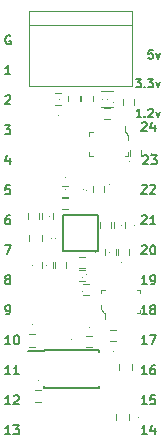
<source format=gbr>
G04 #@! TF.GenerationSoftware,KiCad,Pcbnew,(5.0.0-rc2-dev-252-gb5f1fdd98)*
G04 #@! TF.CreationDate,2018-04-01T12:07:08-07:00*
G04 #@! TF.ProjectId,smolfpga,736D6F6C667067612E6B696361645F70,rev?*
G04 #@! TF.SameCoordinates,Original*
G04 #@! TF.FileFunction,Legend,Top*
G04 #@! TF.FilePolarity,Positive*
%FSLAX46Y46*%
G04 Gerber Fmt 4.6, Leading zero omitted, Abs format (unit mm)*
G04 Created by KiCad (PCBNEW (5.0.0-rc2-dev-252-gb5f1fdd98)) date 04/01/18 12:07:08*
%MOMM*%
%LPD*%
G01*
G04 APERTURE LIST*
%ADD10C,0.152400*%
%ADD11C,0.175000*%
%ADD12C,0.120000*%
%ADD13C,0.100000*%
%ADD14C,0.150000*%
%ADD15C,0.127000*%
G04 APERTURE END LIST*
D10*
X127425631Y-83439000D02*
X127353060Y-83402714D01*
X127244202Y-83402714D01*
X127135345Y-83439000D01*
X127062774Y-83511571D01*
X127026488Y-83584142D01*
X126990202Y-83729285D01*
X126990202Y-83838142D01*
X127026488Y-83983285D01*
X127062774Y-84055857D01*
X127135345Y-84128428D01*
X127244202Y-84164714D01*
X127316774Y-84164714D01*
X127425631Y-84128428D01*
X127461917Y-84092142D01*
X127461917Y-83838142D01*
X127316774Y-83838142D01*
X126990202Y-88555285D02*
X127026488Y-88519000D01*
X127099060Y-88482714D01*
X127280488Y-88482714D01*
X127353060Y-88519000D01*
X127389345Y-88555285D01*
X127425631Y-88627857D01*
X127425631Y-88700428D01*
X127389345Y-88809285D01*
X126953917Y-89244714D01*
X127425631Y-89244714D01*
X126953917Y-91022714D02*
X127425631Y-91022714D01*
X127171631Y-91313000D01*
X127280488Y-91313000D01*
X127353060Y-91349285D01*
X127389345Y-91385571D01*
X127425631Y-91458142D01*
X127425631Y-91639571D01*
X127389345Y-91712142D01*
X127353060Y-91748428D01*
X127280488Y-91784714D01*
X127062774Y-91784714D01*
X126990202Y-91748428D01*
X126953917Y-91712142D01*
X127425631Y-86704714D02*
X126990202Y-86704714D01*
X127207917Y-86704714D02*
X127207917Y-85942714D01*
X127135345Y-86051571D01*
X127062774Y-86124142D01*
X126990202Y-86160428D01*
D11*
X138503783Y-90308866D02*
X138103783Y-90308866D01*
X138303783Y-90308866D02*
X138303783Y-89608866D01*
X138237116Y-89708866D01*
X138170450Y-89775533D01*
X138103783Y-89808866D01*
X138803783Y-90242200D02*
X138837116Y-90275533D01*
X138803783Y-90308866D01*
X138770450Y-90275533D01*
X138803783Y-90242200D01*
X138803783Y-90308866D01*
X139103783Y-89675533D02*
X139137116Y-89642200D01*
X139203783Y-89608866D01*
X139370450Y-89608866D01*
X139437116Y-89642200D01*
X139470450Y-89675533D01*
X139503783Y-89742200D01*
X139503783Y-89808866D01*
X139470450Y-89908866D01*
X139070450Y-90308866D01*
X139503783Y-90308866D01*
X139737116Y-89842200D02*
X139903783Y-90308866D01*
X140070450Y-89842200D01*
D10*
X127389345Y-96102714D02*
X127026488Y-96102714D01*
X126990202Y-96465571D01*
X127026488Y-96429285D01*
X127099060Y-96393000D01*
X127280488Y-96393000D01*
X127353060Y-96429285D01*
X127389345Y-96465571D01*
X127425631Y-96538142D01*
X127425631Y-96719571D01*
X127389345Y-96792142D01*
X127353060Y-96828428D01*
X127280488Y-96864714D01*
X127099060Y-96864714D01*
X127026488Y-96828428D01*
X126990202Y-96792142D01*
X127425631Y-117184714D02*
X126990202Y-117184714D01*
X127207917Y-117184714D02*
X127207917Y-116422714D01*
X127135345Y-116531571D01*
X127062774Y-116604142D01*
X126990202Y-116640428D01*
X127679631Y-116422714D02*
X128151345Y-116422714D01*
X127897345Y-116713000D01*
X128006202Y-116713000D01*
X128078774Y-116749285D01*
X128115060Y-116785571D01*
X128151345Y-116858142D01*
X128151345Y-117039571D01*
X128115060Y-117112142D01*
X128078774Y-117148428D01*
X128006202Y-117184714D01*
X127788488Y-117184714D01*
X127715917Y-117148428D01*
X127679631Y-117112142D01*
X138548654Y-101255285D02*
X138584940Y-101219000D01*
X138657511Y-101182714D01*
X138838940Y-101182714D01*
X138911511Y-101219000D01*
X138947797Y-101255285D01*
X138984082Y-101327857D01*
X138984082Y-101400428D01*
X138947797Y-101509285D01*
X138512368Y-101944714D01*
X138984082Y-101944714D01*
X139455797Y-101182714D02*
X139528368Y-101182714D01*
X139600940Y-101219000D01*
X139637225Y-101255285D01*
X139673511Y-101327857D01*
X139709797Y-101473000D01*
X139709797Y-101654428D01*
X139673511Y-101799571D01*
X139637225Y-101872142D01*
X139600940Y-101908428D01*
X139528368Y-101944714D01*
X139455797Y-101944714D01*
X139383225Y-101908428D01*
X139346940Y-101872142D01*
X139310654Y-101799571D01*
X139274368Y-101654428D01*
X139274368Y-101473000D01*
X139310654Y-101327857D01*
X139346940Y-101255285D01*
X139383225Y-101219000D01*
X139455797Y-101182714D01*
X138548654Y-98715285D02*
X138584940Y-98679000D01*
X138657511Y-98642714D01*
X138838940Y-98642714D01*
X138911511Y-98679000D01*
X138947797Y-98715285D01*
X138984082Y-98787857D01*
X138984082Y-98860428D01*
X138947797Y-98969285D01*
X138512368Y-99404714D01*
X138984082Y-99404714D01*
X139709797Y-99404714D02*
X139274368Y-99404714D01*
X139492082Y-99404714D02*
X139492082Y-98642714D01*
X139419511Y-98751571D01*
X139346940Y-98824142D01*
X139274368Y-98860428D01*
X138650254Y-93635285D02*
X138686540Y-93599000D01*
X138759111Y-93562714D01*
X138940540Y-93562714D01*
X139013111Y-93599000D01*
X139049397Y-93635285D01*
X139085682Y-93707857D01*
X139085682Y-93780428D01*
X139049397Y-93889285D01*
X138613968Y-94324714D01*
X139085682Y-94324714D01*
X139339682Y-93562714D02*
X139811397Y-93562714D01*
X139557397Y-93853000D01*
X139666254Y-93853000D01*
X139738825Y-93889285D01*
X139775111Y-93925571D01*
X139811397Y-93998142D01*
X139811397Y-94179571D01*
X139775111Y-94252142D01*
X139738825Y-94288428D01*
X139666254Y-94324714D01*
X139448540Y-94324714D01*
X139375968Y-94288428D01*
X139339682Y-94252142D01*
D11*
X139470450Y-84655866D02*
X139137116Y-84655866D01*
X139103783Y-84989200D01*
X139137116Y-84955866D01*
X139203783Y-84922533D01*
X139370450Y-84922533D01*
X139437116Y-84955866D01*
X139470450Y-84989200D01*
X139503783Y-85055866D01*
X139503783Y-85222533D01*
X139470450Y-85289200D01*
X139437116Y-85322533D01*
X139370450Y-85355866D01*
X139203783Y-85355866D01*
X139137116Y-85322533D01*
X139103783Y-85289200D01*
X139737116Y-84889200D02*
X139903783Y-85355866D01*
X140070450Y-84889200D01*
D10*
X127353060Y-98642714D02*
X127207917Y-98642714D01*
X127135345Y-98679000D01*
X127099060Y-98715285D01*
X127026488Y-98824142D01*
X126990202Y-98969285D01*
X126990202Y-99259571D01*
X127026488Y-99332142D01*
X127062774Y-99368428D01*
X127135345Y-99404714D01*
X127280488Y-99404714D01*
X127353060Y-99368428D01*
X127389345Y-99332142D01*
X127425631Y-99259571D01*
X127425631Y-99078142D01*
X127389345Y-99005571D01*
X127353060Y-98969285D01*
X127280488Y-98933000D01*
X127135345Y-98933000D01*
X127062774Y-98969285D01*
X127026488Y-99005571D01*
X126990202Y-99078142D01*
X138984082Y-109564714D02*
X138548654Y-109564714D01*
X138766368Y-109564714D02*
X138766368Y-108802714D01*
X138693797Y-108911571D01*
X138621225Y-108984142D01*
X138548654Y-109020428D01*
X139238082Y-108802714D02*
X139746082Y-108802714D01*
X139419511Y-109564714D01*
X138984082Y-107024714D02*
X138548654Y-107024714D01*
X138766368Y-107024714D02*
X138766368Y-106262714D01*
X138693797Y-106371571D01*
X138621225Y-106444142D01*
X138548654Y-106480428D01*
X139419511Y-106589285D02*
X139346940Y-106553000D01*
X139310654Y-106516714D01*
X139274368Y-106444142D01*
X139274368Y-106407857D01*
X139310654Y-106335285D01*
X139346940Y-106299000D01*
X139419511Y-106262714D01*
X139564654Y-106262714D01*
X139637225Y-106299000D01*
X139673511Y-106335285D01*
X139709797Y-106407857D01*
X139709797Y-106444142D01*
X139673511Y-106516714D01*
X139637225Y-106553000D01*
X139564654Y-106589285D01*
X139419511Y-106589285D01*
X139346940Y-106625571D01*
X139310654Y-106661857D01*
X139274368Y-106734428D01*
X139274368Y-106879571D01*
X139310654Y-106952142D01*
X139346940Y-106988428D01*
X139419511Y-107024714D01*
X139564654Y-107024714D01*
X139637225Y-106988428D01*
X139673511Y-106952142D01*
X139709797Y-106879571D01*
X139709797Y-106734428D01*
X139673511Y-106661857D01*
X139637225Y-106625571D01*
X139564654Y-106589285D01*
X126953917Y-101182714D02*
X127461917Y-101182714D01*
X127135345Y-101944714D01*
X127135345Y-104049285D02*
X127062774Y-104013000D01*
X127026488Y-103976714D01*
X126990202Y-103904142D01*
X126990202Y-103867857D01*
X127026488Y-103795285D01*
X127062774Y-103759000D01*
X127135345Y-103722714D01*
X127280488Y-103722714D01*
X127353060Y-103759000D01*
X127389345Y-103795285D01*
X127425631Y-103867857D01*
X127425631Y-103904142D01*
X127389345Y-103976714D01*
X127353060Y-104013000D01*
X127280488Y-104049285D01*
X127135345Y-104049285D01*
X127062774Y-104085571D01*
X127026488Y-104121857D01*
X126990202Y-104194428D01*
X126990202Y-104339571D01*
X127026488Y-104412142D01*
X127062774Y-104448428D01*
X127135345Y-104484714D01*
X127280488Y-104484714D01*
X127353060Y-104448428D01*
X127389345Y-104412142D01*
X127425631Y-104339571D01*
X127425631Y-104194428D01*
X127389345Y-104121857D01*
X127353060Y-104085571D01*
X127280488Y-104049285D01*
X127062774Y-107024714D02*
X127207917Y-107024714D01*
X127280488Y-106988428D01*
X127316774Y-106952142D01*
X127389345Y-106843285D01*
X127425631Y-106698142D01*
X127425631Y-106407857D01*
X127389345Y-106335285D01*
X127353060Y-106299000D01*
X127280488Y-106262714D01*
X127135345Y-106262714D01*
X127062774Y-106299000D01*
X127026488Y-106335285D01*
X126990202Y-106407857D01*
X126990202Y-106589285D01*
X127026488Y-106661857D01*
X127062774Y-106698142D01*
X127135345Y-106734428D01*
X127280488Y-106734428D01*
X127353060Y-106698142D01*
X127389345Y-106661857D01*
X127425631Y-106589285D01*
X127425631Y-109564714D02*
X126990202Y-109564714D01*
X127207917Y-109564714D02*
X127207917Y-108802714D01*
X127135345Y-108911571D01*
X127062774Y-108984142D01*
X126990202Y-109020428D01*
X127897345Y-108802714D02*
X127969917Y-108802714D01*
X128042488Y-108839000D01*
X128078774Y-108875285D01*
X128115060Y-108947857D01*
X128151345Y-109093000D01*
X128151345Y-109274428D01*
X128115060Y-109419571D01*
X128078774Y-109492142D01*
X128042488Y-109528428D01*
X127969917Y-109564714D01*
X127897345Y-109564714D01*
X127824774Y-109528428D01*
X127788488Y-109492142D01*
X127752202Y-109419571D01*
X127715917Y-109274428D01*
X127715917Y-109093000D01*
X127752202Y-108947857D01*
X127788488Y-108875285D01*
X127824774Y-108839000D01*
X127897345Y-108802714D01*
X138984082Y-104484714D02*
X138548654Y-104484714D01*
X138766368Y-104484714D02*
X138766368Y-103722714D01*
X138693797Y-103831571D01*
X138621225Y-103904142D01*
X138548654Y-103940428D01*
X139346940Y-104484714D02*
X139492082Y-104484714D01*
X139564654Y-104448428D01*
X139600940Y-104412142D01*
X139673511Y-104303285D01*
X139709797Y-104158142D01*
X139709797Y-103867857D01*
X139673511Y-103795285D01*
X139637225Y-103759000D01*
X139564654Y-103722714D01*
X139419511Y-103722714D01*
X139346940Y-103759000D01*
X139310654Y-103795285D01*
X139274368Y-103867857D01*
X139274368Y-104049285D01*
X139310654Y-104121857D01*
X139346940Y-104158142D01*
X139419511Y-104194428D01*
X139564654Y-104194428D01*
X139637225Y-104158142D01*
X139673511Y-104121857D01*
X139709797Y-104049285D01*
X127425631Y-112104714D02*
X126990202Y-112104714D01*
X127207917Y-112104714D02*
X127207917Y-111342714D01*
X127135345Y-111451571D01*
X127062774Y-111524142D01*
X126990202Y-111560428D01*
X128151345Y-112104714D02*
X127715917Y-112104714D01*
X127933631Y-112104714D02*
X127933631Y-111342714D01*
X127861060Y-111451571D01*
X127788488Y-111524142D01*
X127715917Y-111560428D01*
X127425631Y-114644714D02*
X126990202Y-114644714D01*
X127207917Y-114644714D02*
X127207917Y-113882714D01*
X127135345Y-113991571D01*
X127062774Y-114064142D01*
X126990202Y-114100428D01*
X127715917Y-113955285D02*
X127752202Y-113919000D01*
X127824774Y-113882714D01*
X128006202Y-113882714D01*
X128078774Y-113919000D01*
X128115060Y-113955285D01*
X128151345Y-114027857D01*
X128151345Y-114100428D01*
X128115060Y-114209285D01*
X127679631Y-114644714D01*
X128151345Y-114644714D01*
D11*
X138070450Y-87094266D02*
X138503783Y-87094266D01*
X138270450Y-87360933D01*
X138370450Y-87360933D01*
X138437116Y-87394266D01*
X138470450Y-87427600D01*
X138503783Y-87494266D01*
X138503783Y-87660933D01*
X138470450Y-87727600D01*
X138437116Y-87760933D01*
X138370450Y-87794266D01*
X138170450Y-87794266D01*
X138103783Y-87760933D01*
X138070450Y-87727600D01*
X138803783Y-87727600D02*
X138837116Y-87760933D01*
X138803783Y-87794266D01*
X138770450Y-87760933D01*
X138803783Y-87727600D01*
X138803783Y-87794266D01*
X139070450Y-87094266D02*
X139503783Y-87094266D01*
X139270450Y-87360933D01*
X139370450Y-87360933D01*
X139437116Y-87394266D01*
X139470450Y-87427600D01*
X139503783Y-87494266D01*
X139503783Y-87660933D01*
X139470450Y-87727600D01*
X139437116Y-87760933D01*
X139370450Y-87794266D01*
X139170450Y-87794266D01*
X139103783Y-87760933D01*
X139070450Y-87727600D01*
X139737116Y-87327600D02*
X139903783Y-87794266D01*
X140070450Y-87327600D01*
D10*
X138984082Y-117184714D02*
X138548654Y-117184714D01*
X138766368Y-117184714D02*
X138766368Y-116422714D01*
X138693797Y-116531571D01*
X138621225Y-116604142D01*
X138548654Y-116640428D01*
X139637225Y-116676714D02*
X139637225Y-117184714D01*
X139455797Y-116386428D02*
X139274368Y-116930714D01*
X139746082Y-116930714D01*
X138548654Y-90841285D02*
X138584940Y-90805000D01*
X138657511Y-90768714D01*
X138838940Y-90768714D01*
X138911511Y-90805000D01*
X138947797Y-90841285D01*
X138984082Y-90913857D01*
X138984082Y-90986428D01*
X138947797Y-91095285D01*
X138512368Y-91530714D01*
X138984082Y-91530714D01*
X139637225Y-91022714D02*
X139637225Y-91530714D01*
X139455797Y-90732428D02*
X139274368Y-91276714D01*
X139746082Y-91276714D01*
X138984082Y-114644714D02*
X138548654Y-114644714D01*
X138766368Y-114644714D02*
X138766368Y-113882714D01*
X138693797Y-113991571D01*
X138621225Y-114064142D01*
X138548654Y-114100428D01*
X139673511Y-113882714D02*
X139310654Y-113882714D01*
X139274368Y-114245571D01*
X139310654Y-114209285D01*
X139383225Y-114173000D01*
X139564654Y-114173000D01*
X139637225Y-114209285D01*
X139673511Y-114245571D01*
X139709797Y-114318142D01*
X139709797Y-114499571D01*
X139673511Y-114572142D01*
X139637225Y-114608428D01*
X139564654Y-114644714D01*
X139383225Y-114644714D01*
X139310654Y-114608428D01*
X139274368Y-114572142D01*
X138984082Y-112104714D02*
X138548654Y-112104714D01*
X138766368Y-112104714D02*
X138766368Y-111342714D01*
X138693797Y-111451571D01*
X138621225Y-111524142D01*
X138548654Y-111560428D01*
X139637225Y-111342714D02*
X139492082Y-111342714D01*
X139419511Y-111379000D01*
X139383225Y-111415285D01*
X139310654Y-111524142D01*
X139274368Y-111669285D01*
X139274368Y-111959571D01*
X139310654Y-112032142D01*
X139346940Y-112068428D01*
X139419511Y-112104714D01*
X139564654Y-112104714D01*
X139637225Y-112068428D01*
X139673511Y-112032142D01*
X139709797Y-111959571D01*
X139709797Y-111778142D01*
X139673511Y-111705571D01*
X139637225Y-111669285D01*
X139564654Y-111633000D01*
X139419511Y-111633000D01*
X139346940Y-111669285D01*
X139310654Y-111705571D01*
X139274368Y-111778142D01*
X138548654Y-96099085D02*
X138584940Y-96062800D01*
X138657511Y-96026514D01*
X138838940Y-96026514D01*
X138911511Y-96062800D01*
X138947797Y-96099085D01*
X138984082Y-96171657D01*
X138984082Y-96244228D01*
X138947797Y-96353085D01*
X138512368Y-96788514D01*
X138984082Y-96788514D01*
X139274368Y-96099085D02*
X139310654Y-96062800D01*
X139383225Y-96026514D01*
X139564654Y-96026514D01*
X139637225Y-96062800D01*
X139673511Y-96099085D01*
X139709797Y-96171657D01*
X139709797Y-96244228D01*
X139673511Y-96353085D01*
X139238082Y-96788514D01*
X139709797Y-96788514D01*
X127353060Y-93816714D02*
X127353060Y-94324714D01*
X127171631Y-93526428D02*
X126990202Y-94070714D01*
X127461917Y-94070714D01*
D12*
X135344000Y-96643000D02*
X135344000Y-96143000D01*
X134404000Y-96143000D02*
X134404000Y-96643000D01*
X131830000Y-97117000D02*
X132330000Y-97117000D01*
X132330000Y-96177000D02*
X131830000Y-96177000D01*
X132330000Y-97193000D02*
X131830000Y-97193000D01*
X131830000Y-98133000D02*
X132330000Y-98133000D01*
X130086000Y-98429000D02*
X130086000Y-98929000D01*
X131026000Y-98929000D02*
X131026000Y-98429000D01*
X129883000Y-98929000D02*
X129883000Y-98429000D01*
X128943000Y-98429000D02*
X128943000Y-98929000D01*
X132169000Y-103120000D02*
X132169000Y-102620000D01*
X131229000Y-102620000D02*
X131229000Y-103120000D01*
X130086000Y-102620000D02*
X130086000Y-103120000D01*
X131026000Y-103120000D02*
X131026000Y-102620000D01*
X133227000Y-104229000D02*
X133727000Y-104229000D01*
X133727000Y-103289000D02*
X133227000Y-103289000D01*
X136182000Y-99191000D02*
X136182000Y-99691000D01*
X137122000Y-99691000D02*
X137122000Y-99191000D01*
X135979000Y-99691000D02*
X135979000Y-99191000D01*
X135039000Y-99191000D02*
X135039000Y-99691000D01*
X133727000Y-102146000D02*
X133227000Y-102146000D01*
X133227000Y-103086000D02*
X133727000Y-103086000D01*
X134108000Y-104432000D02*
X133608000Y-104432000D01*
X133608000Y-105372000D02*
X134108000Y-105372000D01*
X136394000Y-108369000D02*
X135894000Y-108369000D01*
X135894000Y-109309000D02*
X136394000Y-109309000D01*
X136563000Y-101477000D02*
X136563000Y-101977000D01*
X137503000Y-101977000D02*
X137503000Y-101477000D01*
X136360000Y-101977000D02*
X136360000Y-101477000D01*
X135420000Y-101477000D02*
X135420000Y-101977000D01*
X138519000Y-93595000D02*
X138519000Y-93095000D01*
X137579000Y-93095000D02*
X137579000Y-93595000D01*
X137884000Y-89277000D02*
X137884000Y-88777000D01*
X136944000Y-88777000D02*
X136944000Y-89277000D01*
X134362000Y-108877000D02*
X133862000Y-108877000D01*
X133862000Y-109817000D02*
X134362000Y-109817000D01*
X135386000Y-90513000D02*
X135886000Y-90513000D01*
X135886000Y-89573000D02*
X135386000Y-89573000D01*
X136136000Y-89453000D02*
X135136000Y-89453000D01*
X135136000Y-88093000D02*
X136136000Y-88093000D01*
X131195000Y-89303000D02*
X131695000Y-89303000D01*
X131695000Y-88243000D02*
X131195000Y-88243000D01*
X133380000Y-88994000D02*
X133380000Y-88494000D01*
X132320000Y-88494000D02*
X132320000Y-88994000D01*
X134380000Y-88994000D02*
X134380000Y-88494000D01*
X133320000Y-88494000D02*
X133320000Y-88994000D01*
X130070000Y-100834000D02*
X130070000Y-100334000D01*
X129010000Y-100334000D02*
X129010000Y-100834000D01*
X136376000Y-115447000D02*
X136376000Y-115947000D01*
X137436000Y-115947000D02*
X137436000Y-115447000D01*
X136630000Y-111256000D02*
X136630000Y-111756000D01*
X137690000Y-111756000D02*
X137690000Y-111256000D01*
X129536000Y-108690000D02*
X129036000Y-108690000D01*
X129036000Y-109750000D02*
X129536000Y-109750000D01*
X129475000Y-114449000D02*
X129975000Y-114449000D01*
X129975000Y-113389000D02*
X129475000Y-113389000D01*
D13*
X135454000Y-104918000D02*
X135129000Y-104918000D01*
X135129000Y-104918000D02*
X135129000Y-105218000D01*
X138104000Y-106918000D02*
X138429000Y-106918000D01*
X138429000Y-106918000D02*
X138429000Y-106618000D01*
X138129000Y-104918000D02*
X138429000Y-104918000D01*
X138429000Y-104918000D02*
X138429000Y-105243000D01*
X135129000Y-106593000D02*
X135354000Y-106918000D01*
X135354000Y-106918000D02*
X135454000Y-106918000D01*
X135454000Y-106918000D02*
X135454000Y-107443000D01*
X135129000Y-106593000D02*
X135129000Y-106218000D01*
X137413000Y-91908000D02*
X137413000Y-92283000D01*
X137088000Y-91583000D02*
X137088000Y-91058000D01*
X137188000Y-91583000D02*
X137088000Y-91583000D01*
X137413000Y-91908000D02*
X137188000Y-91583000D01*
X134113000Y-93583000D02*
X134113000Y-93258000D01*
X134413000Y-93583000D02*
X134113000Y-93583000D01*
X134113000Y-91583000D02*
X134113000Y-91883000D01*
X134438000Y-91583000D02*
X134113000Y-91583000D01*
X137413000Y-93583000D02*
X137413000Y-93283000D01*
X137088000Y-93583000D02*
X137413000Y-93583000D01*
D14*
X130263000Y-110008000D02*
X130263000Y-110108000D01*
X134913000Y-110008000D02*
X134913000Y-110208000D01*
X134913000Y-113258000D02*
X134913000Y-113058000D01*
X130263000Y-113258000D02*
X130263000Y-113058000D01*
X130263000Y-110008000D02*
X134913000Y-110008000D01*
X130263000Y-113258000D02*
X134913000Y-113258000D01*
X130263000Y-110108000D02*
X128913000Y-110108000D01*
D12*
X137700000Y-81314000D02*
X129000000Y-81314000D01*
X137700000Y-87724000D02*
X129000000Y-87724000D01*
X129000000Y-87724000D02*
X129000000Y-81314000D01*
X129000000Y-82544000D02*
X137700000Y-82544000D01*
X137700000Y-81314000D02*
X137700000Y-87724000D01*
D15*
X134843887Y-98638155D02*
X134843887Y-101638155D01*
X134843887Y-101638155D02*
X131843887Y-101638155D01*
X131843887Y-101638155D02*
X131843887Y-98638155D01*
X131843887Y-98638155D02*
X134843887Y-98638155D01*
D13*
X133856000Y-96520000D02*
X133856000Y-96520000D01*
X133856000Y-96520000D01*
X133856000Y-96520000D01*
X133856000Y-96520000D01*
X133856000Y-96520000D01*
X133856000Y-96520000D01*
X133856000Y-96520000D01*
X133856000Y-96520000D01*
X133856000Y-96520000D01*
X133856000Y-96520000D02*
X133856000Y-96520000D01*
X133856000Y-96520000D01*
X133856000Y-96520000D01*
X133856000Y-96520000D01*
X133856000Y-96520000D01*
X133856000Y-96520000D01*
X133856000Y-96520000D01*
X133856000Y-96520000D01*
X133856000Y-96520000D01*
X133856000Y-96520000D01*
X133856000Y-96520000D01*
X133856000Y-96520000D01*
X133856000Y-96520000D01*
X133856000Y-96520000D01*
X133856000Y-96520000D01*
D14*
D13*
X133604000Y-96393000D02*
X133604000Y-96393000D01*
X133604000Y-96393000D01*
X133604000Y-96393000D01*
X133604000Y-96393000D01*
X133604000Y-96393000D01*
X133604000Y-96393000D01*
X133604000Y-96393000D01*
X133604000Y-96393000D01*
X133604000Y-96393000D01*
X133604000Y-96393000D01*
X133604000Y-96393000D01*
X133604000Y-96393000D01*
X133604000Y-96393000D01*
X133604000Y-96393000D01*
X133604000Y-96393000D01*
X133604000Y-96393000D02*
X133604000Y-96393000D01*
X133604000Y-96393000D01*
X133604000Y-96393000D01*
X133604000Y-96393000D01*
X133604000Y-96393000D01*
X133604000Y-96393000D01*
X133604000Y-96393000D01*
X133604000Y-96393000D01*
X133604000Y-96393000D01*
X133604000Y-96393000D01*
X133604000Y-96393000D02*
X133604000Y-96393000D01*
X133604000Y-96393000D02*
X133604000Y-96393000D01*
X133604000Y-96393000D01*
X133604000Y-96393000D01*
X133604000Y-96393000D01*
D14*
D13*
X132080000Y-95377000D02*
X132080000Y-95377000D01*
X132080000Y-95377000D01*
X132080000Y-95377000D01*
X132080000Y-95377000D01*
X132080000Y-95377000D01*
X132080000Y-95377000D01*
X132080000Y-95377000D01*
X132080000Y-95377000D01*
X132080000Y-95377000D01*
X132080000Y-95377000D01*
X132080000Y-95377000D01*
X132080000Y-95377000D01*
X132080000Y-95377000D01*
X132080000Y-95377000D01*
X132080000Y-95377000D01*
X132080000Y-95377000D02*
X132080000Y-95377000D01*
X132080000Y-95377000D02*
X132080000Y-95377000D01*
X132080000Y-95377000D01*
X132080000Y-95377000D01*
X132080000Y-95377000D01*
X132080000Y-95377000D02*
X132080000Y-95377000D01*
X132080000Y-95377000D01*
X132080000Y-95377000D01*
X132080000Y-95377000D01*
X132080000Y-95377000D01*
X132080000Y-95377000D01*
X132080000Y-95377000D01*
X132080000Y-95377000D01*
X132080000Y-95377000D01*
X132080000Y-95377000D01*
X132080000Y-95377000D01*
X132080000Y-95377000D01*
X132080000Y-95377000D01*
X132080000Y-95377000D01*
X132080000Y-95377000D01*
X132080000Y-95377000D01*
X132080000Y-95377000D01*
X132080000Y-95377000D01*
X132080000Y-95377000D01*
X132080000Y-95377000D01*
X132080000Y-95377000D01*
D14*
D13*
X132080000Y-96393000D02*
X132080000Y-96393000D01*
X132080000Y-96393000D01*
X132080000Y-96393000D01*
X132080000Y-96393000D01*
X132080000Y-96393000D01*
X132080000Y-96393000D01*
X132080000Y-96393000D01*
X132080000Y-96393000D01*
X132080000Y-96393000D01*
X132080000Y-96393000D01*
X132080000Y-96393000D01*
X132080000Y-96393000D01*
X132080000Y-96393000D01*
X132080000Y-96393000D01*
X132080000Y-96393000D01*
X132080000Y-96393000D02*
X132080000Y-96393000D01*
X132080000Y-96393000D02*
X132080000Y-96393000D01*
X132080000Y-96393000D01*
X132080000Y-96393000D01*
X132080000Y-96393000D01*
X132080000Y-96393000D02*
X132080000Y-96393000D01*
X132080000Y-96393000D01*
X132080000Y-96393000D01*
X132080000Y-96393000D01*
X132080000Y-96393000D01*
X132080000Y-96393000D01*
X132080000Y-96393000D01*
X132080000Y-96393000D01*
X132080000Y-96393000D01*
X132080000Y-96393000D01*
X132080000Y-96393000D01*
X132080000Y-96393000D01*
X132080000Y-96393000D01*
X132080000Y-96393000D01*
X132080000Y-96393000D01*
X132080000Y-96393000D01*
X132080000Y-96393000D01*
X132080000Y-96393000D01*
X132080000Y-96393000D01*
X132080000Y-96393000D01*
X132080000Y-96393000D01*
X132080000Y-96393000D01*
X132080000Y-96393000D01*
X132080000Y-96393000D01*
X132080000Y-96393000D01*
X132080000Y-96393000D01*
X132080000Y-96393000D01*
X132080000Y-96393000D01*
X132080000Y-96393000D01*
X132080000Y-96393000D01*
X132080000Y-96393000D01*
D14*
D13*
X131826000Y-98679000D02*
X131826000Y-98679000D01*
X131826000Y-98679000D01*
X131826000Y-98679000D01*
X131826000Y-98679000D01*
X131826000Y-98679000D01*
X131826000Y-98679000D01*
X131826000Y-98679000D01*
X131826000Y-98679000D01*
X131826000Y-98679000D01*
X131826000Y-98679000D01*
X131826000Y-98679000D01*
X131826000Y-98679000D01*
X131826000Y-98679000D01*
X131826000Y-98679000D01*
X131826000Y-98679000D01*
X131826000Y-98679000D02*
X131826000Y-98679000D01*
X131826000Y-98679000D02*
X131826000Y-98679000D01*
X131826000Y-98679000D01*
X131826000Y-98679000D01*
X131826000Y-98679000D01*
X131826000Y-98679000D02*
X131826000Y-98679000D01*
X131826000Y-98679000D01*
D14*
D13*
X130683000Y-98679000D02*
X130683000Y-98679000D01*
X130683000Y-98679000D01*
X130683000Y-98679000D01*
X130683000Y-98679000D01*
X130683000Y-98679000D01*
X130683000Y-98679000D01*
X130683000Y-98679000D01*
X130683000Y-98679000D01*
X130683000Y-98679000D01*
X130683000Y-98679000D01*
X130683000Y-98679000D01*
X130683000Y-98679000D01*
X130683000Y-98679000D01*
X130683000Y-98679000D01*
X130683000Y-98679000D01*
X130683000Y-98679000D02*
X130683000Y-98679000D01*
X130683000Y-98679000D02*
X130683000Y-98679000D01*
X130683000Y-98679000D01*
X130683000Y-98679000D01*
X130683000Y-98679000D01*
X130683000Y-98679000D02*
X130683000Y-98679000D01*
X130683000Y-98679000D01*
X130683000Y-98679000D01*
X130683000Y-98679000D01*
X130683000Y-98679000D01*
X130683000Y-98679000D01*
X130683000Y-98679000D01*
X130683000Y-98679000D01*
X130683000Y-98679000D01*
X130683000Y-98679000D01*
X130683000Y-98679000D01*
X130683000Y-98679000D01*
X130683000Y-98679000D01*
X130683000Y-98679000D01*
X130683000Y-98679000D01*
X130683000Y-98679000D01*
X130683000Y-98679000D01*
X130683000Y-98679000D01*
X130683000Y-98679000D01*
X130683000Y-98679000D01*
X130683000Y-98679000D01*
D14*
D13*
X130429000Y-102870000D02*
X130429000Y-102870000D01*
X130429000Y-102870000D01*
X130429000Y-102870000D01*
X130429000Y-102870000D01*
X130429000Y-102870000D01*
X130429000Y-102870000D01*
X130429000Y-102870000D01*
X130429000Y-102870000D01*
X130429000Y-102870000D01*
X130429000Y-102870000D01*
X130429000Y-102870000D01*
X130429000Y-102870000D01*
X130429000Y-102870000D01*
X130429000Y-102870000D01*
X130429000Y-102870000D01*
X130429000Y-102870000D02*
X130429000Y-102870000D01*
X130429000Y-102870000D02*
X130429000Y-102870000D01*
X130429000Y-102870000D01*
X130429000Y-102870000D01*
X130429000Y-102870000D01*
X130429000Y-102870000D02*
X130429000Y-102870000D01*
X130429000Y-102870000D01*
X130429000Y-102870000D01*
X130429000Y-102870000D01*
X130429000Y-102870000D01*
X130429000Y-102870000D01*
X130429000Y-102870000D01*
X130429000Y-102870000D01*
X130429000Y-102870000D01*
X130429000Y-102870000D01*
X130429000Y-102870000D01*
X130429000Y-102870000D01*
X130429000Y-102870000D01*
X130429000Y-102870000D01*
X130429000Y-102870000D01*
D14*
D13*
X129286000Y-102870000D02*
X129286000Y-102870000D01*
X129286000Y-102870000D01*
X129286000Y-102870000D01*
X129286000Y-102870000D01*
X129286000Y-102870000D01*
X129286000Y-102870000D01*
X129286000Y-102870000D01*
X129286000Y-102870000D01*
X129286000Y-102870000D01*
X129286000Y-102870000D01*
X129286000Y-102870000D01*
X129286000Y-102870000D01*
X129286000Y-102870000D01*
X129286000Y-102870000D01*
X129286000Y-102870000D01*
X129286000Y-102870000D02*
X129286000Y-102870000D01*
X129286000Y-102870000D02*
X129286000Y-102870000D01*
X129286000Y-102870000D01*
X129286000Y-102870000D01*
X129286000Y-102870000D01*
X129286000Y-102870000D02*
X129286000Y-102870000D01*
X129286000Y-102870000D02*
X129286000Y-102870000D01*
X129286000Y-102870000D01*
D14*
D13*
X133477000Y-105029000D02*
X133477000Y-105029000D01*
X133477000Y-105029000D01*
X133477000Y-105029000D01*
X133477000Y-105029000D01*
X133477000Y-105029000D01*
X133477000Y-105029000D01*
X133477000Y-105029000D01*
X133477000Y-105029000D01*
X133477000Y-105029000D01*
X133477000Y-105029000D01*
X133477000Y-105029000D01*
X133477000Y-105029000D01*
X133477000Y-105029000D01*
X133477000Y-105029000D01*
X133477000Y-105029000D01*
X133477000Y-105029000D02*
X133477000Y-105029000D01*
X133477000Y-105029000D02*
X133477000Y-105029000D01*
X133477000Y-105029000D01*
X133477000Y-105029000D01*
X133477000Y-105029000D01*
X133477000Y-105029000D02*
X133477000Y-105029000D01*
X133477000Y-105029000D01*
X133477000Y-105029000D01*
X133477000Y-105029000D01*
X133477000Y-105029000D01*
X133477000Y-105029000D01*
X133477000Y-105029000D01*
X133477000Y-105029000D01*
X133477000Y-105029000D01*
X133477000Y-105029000D01*
X133477000Y-105029000D01*
X133477000Y-105029000D01*
X133477000Y-105029000D01*
D14*
D13*
X137922000Y-99441000D02*
X137922000Y-99441000D01*
X137922000Y-99441000D01*
X137922000Y-99441000D01*
X137922000Y-99441000D01*
X137922000Y-99441000D01*
X137922000Y-99441000D01*
X137922000Y-99441000D01*
X137922000Y-99441000D01*
X137922000Y-99441000D01*
X137922000Y-99441000D01*
X137922000Y-99441000D01*
X137922000Y-99441000D01*
X137922000Y-99441000D01*
X137922000Y-99441000D01*
X137922000Y-99441000D01*
X137922000Y-99441000D02*
X137922000Y-99441000D01*
X137922000Y-99441000D02*
X137922000Y-99441000D01*
X137922000Y-99441000D01*
X137922000Y-99441000D01*
X137922000Y-99441000D01*
X137922000Y-99441000D02*
X137922000Y-99441000D01*
X137922000Y-99441000D01*
X137922000Y-99441000D01*
X137922000Y-99441000D01*
X137922000Y-99441000D01*
X137922000Y-99441000D01*
X137922000Y-99441000D01*
X137922000Y-99441000D01*
X137922000Y-99441000D01*
X137922000Y-99441000D01*
D14*
D13*
X136779000Y-99441000D02*
X136779000Y-99441000D01*
X136779000Y-99441000D01*
X136779000Y-99441000D01*
X136779000Y-99441000D01*
X136779000Y-99441000D01*
X136779000Y-99441000D01*
X136779000Y-99441000D01*
X136779000Y-99441000D01*
X136779000Y-99441000D01*
X136779000Y-99441000D01*
X136779000Y-99441000D01*
X136779000Y-99441000D01*
X136779000Y-99441000D01*
X136779000Y-99441000D01*
X136779000Y-99441000D01*
X136779000Y-99441000D02*
X136779000Y-99441000D01*
X136779000Y-99441000D02*
X136779000Y-99441000D01*
X136779000Y-99441000D01*
X136779000Y-99441000D01*
X136779000Y-99441000D01*
X136779000Y-99441000D02*
X136779000Y-99441000D01*
X136779000Y-99441000D02*
X136779000Y-99441000D01*
X136779000Y-99441000D01*
X136779000Y-99441000D01*
X136779000Y-99441000D01*
D14*
D13*
X133477000Y-103886000D02*
X133477000Y-103886000D01*
X133477000Y-103886000D01*
X133477000Y-103886000D01*
X133477000Y-103886000D01*
X133477000Y-103886000D01*
X133477000Y-103886000D01*
X133477000Y-103886000D01*
X133477000Y-103886000D01*
X133477000Y-103886000D01*
X133477000Y-103886000D01*
X133477000Y-103886000D01*
X133477000Y-103886000D01*
X133477000Y-103886000D01*
X133477000Y-103886000D01*
X133477000Y-103886000D01*
X133477000Y-103886000D02*
X133477000Y-103886000D01*
X133477000Y-103886000D02*
X133477000Y-103886000D01*
X133477000Y-103886000D01*
X133477000Y-103886000D01*
X133477000Y-103886000D01*
X133477000Y-103886000D02*
X133477000Y-103886000D01*
X133477000Y-103886000D01*
X133477000Y-103886000D01*
X133477000Y-103886000D01*
X133477000Y-103886000D01*
X133477000Y-103886000D01*
X133477000Y-103886000D01*
X133477000Y-103886000D01*
X133477000Y-103886000D01*
X133477000Y-103886000D01*
X133477000Y-103886000D01*
X133477000Y-103886000D01*
X133477000Y-103886000D01*
X133477000Y-103886000D01*
X133477000Y-103886000D01*
X133477000Y-103886000D01*
X133477000Y-103886000D01*
X133477000Y-103886000D01*
X133477000Y-103886000D01*
X133477000Y-103886000D01*
D14*
D13*
X133858000Y-103632000D02*
X133858000Y-103632000D01*
X133858000Y-103632000D01*
X133858000Y-103632000D01*
X133858000Y-103632000D01*
X133858000Y-103632000D01*
X133858000Y-103632000D01*
X133858000Y-103632000D01*
X133858000Y-103632000D01*
X133858000Y-103632000D01*
X133858000Y-103632000D01*
X133858000Y-103632000D01*
X133858000Y-103632000D01*
X133858000Y-103632000D01*
X133858000Y-103632000D01*
X133858000Y-103632000D01*
X133858000Y-103632000D02*
X133858000Y-103632000D01*
X133858000Y-103632000D01*
X133858000Y-103632000D01*
X133858000Y-103632000D01*
X133858000Y-103632000D01*
X133858000Y-103632000D01*
X133858000Y-103632000D01*
X133858000Y-103632000D01*
X133858000Y-103632000D01*
X133858000Y-103632000D01*
X133858000Y-103632000D01*
X133858000Y-103632000D01*
X133858000Y-103632000D01*
X133858000Y-103632000D01*
X133858000Y-103632000D01*
X133858000Y-103632000D01*
X133858000Y-103632000D01*
X133858000Y-103632000D01*
X133858000Y-103632000D01*
X133858000Y-103632000D01*
X133858000Y-103632000D01*
D14*
D13*
X136144000Y-110109000D02*
X136144000Y-110109000D01*
X136144000Y-110109000D01*
X136144000Y-110109000D01*
X136144000Y-110109000D01*
X136144000Y-110109000D01*
X136144000Y-110109000D01*
X136144000Y-110109000D01*
X136144000Y-110109000D01*
X136144000Y-110109000D01*
X136144000Y-110109000D01*
X136144000Y-110109000D01*
X136144000Y-110109000D01*
X136144000Y-110109000D01*
X136144000Y-110109000D01*
X136144000Y-110109000D01*
X136144000Y-110109000D02*
X136144000Y-110109000D01*
X136144000Y-110109000D01*
X136144000Y-110109000D01*
X136144000Y-110109000D01*
X136144000Y-110109000D01*
X136144000Y-110109000D01*
X136144000Y-110109000D01*
X136144000Y-110109000D01*
X136144000Y-110109000D01*
X136144000Y-110109000D01*
X136144000Y-110109000D01*
X136144000Y-110109000D01*
X136144000Y-110109000D01*
X136144000Y-110109000D01*
X136144000Y-110109000D01*
X136144000Y-110109000D01*
X136144000Y-110109000D01*
X136144000Y-110109000D01*
X136144000Y-110109000D01*
X136144000Y-110109000D01*
X136144000Y-110109000D01*
X136144000Y-110109000D01*
X136144000Y-110109000D01*
X136144000Y-110109000D01*
X136144000Y-110109000D01*
X136144000Y-110109000D01*
X136144000Y-110109000D01*
X136144000Y-110109000D01*
X136144000Y-110109000D01*
X136144000Y-110109000D01*
X136144000Y-110109000D01*
D14*
D13*
X135763000Y-101727000D02*
X135763000Y-101727000D01*
X135763000Y-101727000D01*
X135763000Y-101727000D01*
X135763000Y-101727000D01*
X135763000Y-101727000D01*
X135763000Y-101727000D01*
X135763000Y-101727000D01*
X135763000Y-101727000D01*
X135763000Y-101727000D01*
X135763000Y-101727000D01*
X135763000Y-101727000D01*
X135763000Y-101727000D01*
X135763000Y-101727000D01*
X135763000Y-101727000D01*
X135763000Y-101727000D01*
X135763000Y-101727000D02*
X135763000Y-101727000D01*
X135763000Y-101727000D01*
D14*
D13*
X134620000Y-101727000D02*
X134620000Y-101727000D01*
X134620000Y-101727000D01*
X134620000Y-101727000D01*
X134620000Y-101727000D01*
X134620000Y-101727000D01*
X134620000Y-101727000D01*
X134620000Y-101727000D01*
X134620000Y-101727000D01*
X134620000Y-101727000D01*
X134620000Y-101727000D01*
X134620000Y-101727000D01*
X134620000Y-101727000D01*
X134620000Y-101727000D01*
X134620000Y-101727000D01*
X134620000Y-101727000D01*
X134620000Y-101727000D02*
X134620000Y-101727000D01*
X134620000Y-101727000D01*
X134620000Y-101727000D01*
X134620000Y-101727000D01*
X134620000Y-101727000D01*
X134620000Y-101727000D01*
X134620000Y-101727000D01*
X134620000Y-101727000D01*
X134620000Y-101727000D01*
X134620000Y-101727000D01*
X134620000Y-101727000D01*
X134620000Y-101727000D01*
X134620000Y-101727000D01*
X134620000Y-101727000D01*
X134620000Y-101727000D01*
X134620000Y-101727000D01*
X134620000Y-101727000D01*
X134620000Y-101727000D01*
X134620000Y-101727000D01*
X134620000Y-101727000D01*
X134620000Y-101727000D01*
D14*
D13*
X139319000Y-93345000D02*
X139319000Y-93345000D01*
X139319000Y-93345000D01*
X139319000Y-93345000D01*
X139319000Y-93345000D01*
X139319000Y-93345000D01*
X139319000Y-93345000D01*
X139319000Y-93345000D01*
X139319000Y-93345000D01*
X139319000Y-93345000D01*
X139319000Y-93345000D01*
X139319000Y-93345000D01*
X139319000Y-93345000D01*
X139319000Y-93345000D01*
X139319000Y-93345000D01*
X139319000Y-93345000D01*
X139319000Y-93345000D02*
X139319000Y-93345000D01*
X139319000Y-93345000D01*
X139319000Y-93345000D01*
X139319000Y-93345000D01*
X139319000Y-93345000D01*
X139319000Y-93345000D01*
X139319000Y-93345000D01*
X139319000Y-93345000D01*
X139319000Y-93345000D01*
X139319000Y-93345000D01*
X139319000Y-93345000D01*
X139319000Y-93345000D01*
X139319000Y-93345000D01*
D14*
D13*
X136144000Y-89027000D02*
X136144000Y-89027000D01*
X136144000Y-89027000D01*
X136144000Y-89027000D01*
X136144000Y-89027000D01*
X136144000Y-89027000D01*
X136144000Y-89027000D01*
X136144000Y-89027000D01*
X136144000Y-89027000D01*
X136144000Y-89027000D01*
X136144000Y-89027000D01*
X136144000Y-89027000D01*
X136144000Y-89027000D01*
X136144000Y-89027000D01*
X136144000Y-89027000D01*
X136144000Y-89027000D01*
X136144000Y-89027000D02*
X136144000Y-89027000D01*
X136144000Y-89027000D02*
X136144000Y-89027000D01*
X136144000Y-89027000D01*
X136144000Y-89027000D01*
X136144000Y-89027000D01*
D14*
D13*
X134112000Y-108077000D02*
X134112000Y-108077000D01*
X134112000Y-108077000D01*
X134112000Y-108077000D01*
X134112000Y-108077000D01*
X134112000Y-108077000D01*
X134112000Y-108077000D01*
X134112000Y-108077000D01*
X134112000Y-108077000D01*
X134112000Y-108077000D01*
X134112000Y-108077000D01*
X134112000Y-108077000D01*
X134112000Y-108077000D01*
X134112000Y-108077000D01*
X134112000Y-108077000D01*
X134112000Y-108077000D01*
X134112000Y-108077000D02*
X134112000Y-108077000D01*
X134112000Y-108077000D01*
X134112000Y-108077000D01*
X134112000Y-108077000D01*
X134112000Y-108077000D01*
X134112000Y-108077000D01*
X134112000Y-108077000D01*
X134112000Y-108077000D01*
X134112000Y-108077000D01*
X134112000Y-108077000D01*
X134112000Y-108077000D02*
X134112000Y-108077000D01*
X134112000Y-108077000D01*
X134112000Y-108077000D01*
X134112000Y-108077000D01*
X134112000Y-108077000D01*
X134112000Y-108077000D01*
X134112000Y-108077000D01*
X134112000Y-108077000D01*
X134112000Y-108077000D01*
X134112000Y-108077000D01*
X134112000Y-108077000D01*
X134112000Y-108077000D01*
X134112000Y-108077000D01*
X134112000Y-108077000D01*
X134112000Y-108077000D01*
X134112000Y-108077000D01*
X134112000Y-108077000D01*
X134112000Y-108077000D01*
X134112000Y-108077000D01*
X134112000Y-108077000D01*
D14*
D13*
X135636000Y-88773000D02*
X135636000Y-88773000D01*
X135636000Y-88773000D01*
X135636000Y-88773000D01*
X135636000Y-88773000D01*
X135636000Y-88773000D01*
X135636000Y-88773000D01*
X135636000Y-88773000D01*
X135636000Y-88773000D01*
X135636000Y-88773000D01*
X135636000Y-88773000D01*
X135636000Y-88773000D01*
X135636000Y-88773000D01*
X135636000Y-88773000D01*
X135636000Y-88773000D01*
X135636000Y-88773000D01*
X135636000Y-88773000D02*
X135636000Y-88773000D01*
X135636000Y-88773000D01*
X135636000Y-88773000D01*
X135636000Y-88773000D01*
X135636000Y-88773000D01*
X135636000Y-88773000D01*
X135636000Y-88773000D01*
X135636000Y-88773000D01*
X135636000Y-88773000D01*
X135636000Y-88773000D01*
D14*
D13*
X135636000Y-88773000D02*
X135636000Y-88773000D01*
X135636000Y-88773000D01*
X135636000Y-88773000D02*
X135636000Y-88773000D01*
X135636000Y-88773000D02*
X135636000Y-88773000D01*
X135636000Y-88773000D01*
X135636000Y-88773000D01*
X135636000Y-88773000D01*
D14*
D13*
X131445000Y-90123000D02*
X131445000Y-90123000D01*
X131445000Y-90123000D02*
X131445000Y-90123000D01*
X131445000Y-90123000D01*
X131445000Y-90123000D01*
X131445000Y-90123000D01*
X131445000Y-90123000D01*
X131445000Y-90123000D01*
X131445000Y-90123000D01*
X131445000Y-90123000D01*
X131445000Y-90123000D01*
X131445000Y-90123000D01*
X131445000Y-90123000D02*
X131445000Y-90123000D01*
X131445000Y-90123000D02*
X131445000Y-90123000D01*
X131445000Y-90123000D01*
X131445000Y-90123000D01*
X131445000Y-90123000D01*
D14*
D13*
X131500000Y-88744000D02*
X131500000Y-88744000D01*
X131500000Y-88744000D02*
X131500000Y-88744000D01*
X131500000Y-88744000D01*
X131500000Y-88744000D01*
X131500000Y-88744000D01*
X131500000Y-88744000D01*
X131500000Y-88744000D01*
X131500000Y-88744000D01*
X131500000Y-88744000D01*
X131500000Y-88744000D01*
X131500000Y-88744000D01*
X131500000Y-88744000D02*
X131500000Y-88744000D01*
X131500000Y-88744000D01*
X131500000Y-88744000D01*
X131500000Y-88744000D01*
X131500000Y-88744000D01*
X131500000Y-88744000D01*
X131500000Y-88744000D01*
X131500000Y-88744000D01*
X131500000Y-88744000D01*
X131500000Y-88744000D01*
D14*
D13*
X135200000Y-88744000D02*
X135200000Y-88744000D01*
X135200000Y-88744000D02*
X135200000Y-88744000D01*
X135200000Y-88744000D01*
X135200000Y-88744000D01*
X135200000Y-88744000D01*
X135200000Y-88744000D01*
X135200000Y-88744000D01*
X135200000Y-88744000D01*
X135200000Y-88744000D01*
X135200000Y-88744000D01*
X135200000Y-88744000D01*
X135200000Y-88744000D02*
X135200000Y-88744000D01*
X135200000Y-88744000D01*
X135200000Y-88744000D01*
X135200000Y-88744000D01*
X135200000Y-88744000D01*
X135200000Y-88744000D01*
X135200000Y-88744000D01*
X135200000Y-88744000D01*
X135200000Y-88744000D01*
X135200000Y-88744000D01*
X135200000Y-88744000D01*
X135200000Y-88744000D01*
X135200000Y-88744000D01*
D14*
D13*
X130890000Y-100584000D02*
X130890000Y-100584000D01*
X130890000Y-100584000D02*
X130890000Y-100584000D01*
X130890000Y-100584000D01*
X130890000Y-100584000D01*
X130890000Y-100584000D01*
X130890000Y-100584000D01*
X130890000Y-100584000D01*
X130890000Y-100584000D01*
X130890000Y-100584000D01*
X130890000Y-100584000D01*
X130890000Y-100584000D01*
X130890000Y-100584000D02*
X130890000Y-100584000D01*
X130890000Y-100584000D02*
X130890000Y-100584000D01*
X130890000Y-100584000D01*
D14*
D13*
X138256000Y-115697000D02*
X138256000Y-115697000D01*
X138256000Y-115697000D02*
X138256000Y-115697000D01*
X138256000Y-115697000D01*
X138256000Y-115697000D01*
X138256000Y-115697000D01*
X138256000Y-115697000D01*
X138256000Y-115697000D01*
X138256000Y-115697000D01*
X138256000Y-115697000D01*
X138256000Y-115697000D01*
X138256000Y-115697000D01*
X138256000Y-115697000D02*
X138256000Y-115697000D01*
X138256000Y-115697000D01*
X138256000Y-115697000D01*
X138256000Y-115697000D01*
X138256000Y-115697000D01*
X138256000Y-115697000D01*
X138256000Y-115697000D01*
X138256000Y-115697000D01*
X138256000Y-115697000D01*
X138256000Y-115697000D01*
X138256000Y-115697000D01*
X138256000Y-115697000D01*
X138256000Y-115697000D01*
X138256000Y-115697000D01*
X138256000Y-115697000D01*
D14*
D13*
X138510000Y-111506000D02*
X138510000Y-111506000D01*
X138510000Y-111506000D02*
X138510000Y-111506000D01*
X138510000Y-111506000D01*
X138510000Y-111506000D01*
X138510000Y-111506000D01*
X138510000Y-111506000D01*
X138510000Y-111506000D01*
X138510000Y-111506000D01*
X138510000Y-111506000D01*
X138510000Y-111506000D01*
X138510000Y-111506000D01*
X138510000Y-111506000D02*
X138510000Y-111506000D01*
X138510000Y-111506000D01*
X138510000Y-111506000D01*
X138510000Y-111506000D01*
X138510000Y-111506000D01*
X138510000Y-111506000D01*
X138510000Y-111506000D01*
X138510000Y-111506000D01*
X138510000Y-111506000D01*
X138510000Y-111506000D01*
X138510000Y-111506000D01*
X138510000Y-111506000D01*
X138510000Y-111506000D01*
X138510000Y-111506000D01*
X138510000Y-111506000D01*
X138510000Y-111506000D01*
X138510000Y-111506000D01*
X138510000Y-111506000D01*
X138510000Y-111506000D01*
X138510000Y-111506000D01*
X138510000Y-111506000D01*
D14*
D13*
X129286000Y-107870000D02*
X129286000Y-107870000D01*
X129286000Y-107870000D02*
X129286000Y-107870000D01*
X129286000Y-107870000D01*
X129286000Y-107870000D01*
X129286000Y-107870000D01*
X129286000Y-107870000D01*
X129286000Y-107870000D01*
X129286000Y-107870000D01*
X129286000Y-107870000D01*
X129286000Y-107870000D01*
X129286000Y-107870000D01*
X129286000Y-107870000D02*
X129286000Y-107870000D01*
X129286000Y-107870000D01*
D14*
D13*
X129725000Y-112569000D02*
X129725000Y-112569000D01*
X129725000Y-112569000D02*
X129725000Y-112569000D01*
X129725000Y-112569000D01*
X129725000Y-112569000D01*
X129725000Y-112569000D01*
X129725000Y-112569000D01*
X129725000Y-112569000D01*
X129725000Y-112569000D01*
X129725000Y-112569000D01*
X129725000Y-112569000D01*
X129725000Y-112569000D01*
X129725000Y-112569000D02*
X129725000Y-112569000D01*
X129725000Y-112569000D01*
X129725000Y-112569000D01*
X129725000Y-112569000D01*
X129725000Y-112569000D01*
X129725000Y-112569000D01*
X129725000Y-112569000D01*
X129725000Y-112569000D01*
X129725000Y-112569000D01*
X129725000Y-112569000D01*
X129725000Y-112569000D01*
X129725000Y-112569000D01*
X129725000Y-112569000D01*
X129725000Y-112569000D01*
X129725000Y-112569000D01*
X129725000Y-112569000D01*
X129725000Y-112569000D01*
X129725000Y-112569000D01*
X129725000Y-112569000D01*
X129725000Y-112569000D01*
X129725000Y-112569000D01*
X129725000Y-112569000D01*
X129725000Y-112569000D01*
X129725000Y-112569000D01*
X129725000Y-112569000D01*
X129725000Y-112569000D01*
X129725000Y-112569000D01*
X129725000Y-112569000D01*
X129725000Y-112569000D01*
X129725000Y-112569000D01*
X129725000Y-112569000D01*
D14*
D13*
X136754000Y-102543000D02*
X136754000Y-102543000D01*
X136754000Y-102543000D01*
X136754000Y-102543000D01*
X136754000Y-102543000D01*
X136754000Y-102543000D01*
X136754000Y-102543000D01*
X136754000Y-102543000D01*
X136754000Y-102543000D01*
X136754000Y-102543000D01*
X136754000Y-102543000D02*
X136754000Y-102543000D01*
X136754000Y-102543000D01*
X136754000Y-102543000D01*
X136754000Y-102543000D01*
X136754000Y-102543000D01*
X136754000Y-102543000D01*
X136754000Y-102543000D01*
X136754000Y-102543000D01*
X136754000Y-102543000D01*
X136754000Y-102543000D01*
X136754000Y-102543000D01*
X136754000Y-102543000D01*
X136754000Y-102543000D01*
D14*
D13*
X135788000Y-95958000D02*
X135788000Y-95958000D01*
X135788000Y-95958000D01*
X135788000Y-95958000D01*
X135788000Y-95958000D01*
X135788000Y-95958000D01*
X135788000Y-95958000D01*
X135788000Y-95958000D01*
X135788000Y-95958000D01*
X135788000Y-95958000D01*
X135788000Y-95958000D02*
X135788000Y-95958000D01*
X135788000Y-95958000D01*
X135788000Y-95958000D01*
X135788000Y-95958000D01*
X135788000Y-95958000D01*
X135788000Y-95958000D01*
X135788000Y-95958000D01*
X135788000Y-95958000D01*
X135788000Y-95958000D01*
X135788000Y-95958000D01*
D14*
D13*
X132588000Y-109083000D02*
X132588000Y-109083000D01*
X132588000Y-109083000D01*
X132588000Y-109083000D01*
X132588000Y-109083000D01*
X132588000Y-109083000D01*
X132588000Y-109083000D01*
X132588000Y-109083000D01*
X132588000Y-109083000D01*
X132588000Y-109083000D01*
X132588000Y-109083000D02*
X132588000Y-109083000D01*
X132588000Y-109083000D02*
X132588000Y-109083000D01*
X132588000Y-109083000D01*
D14*
D13*
X133350000Y-88584000D02*
X133350000Y-88584000D01*
X133350000Y-88584000D01*
X133350000Y-88584000D01*
X133350000Y-88584000D01*
X133350000Y-88584000D01*
X133350000Y-88584000D02*
X133350000Y-88584000D01*
X133350000Y-88584000D02*
X133350000Y-88584000D01*
X133350000Y-88584000D01*
X133350000Y-88584000D01*
X133350000Y-88584000D01*
D14*
D13*
X137438637Y-94041535D02*
X137438637Y-94041535D01*
X137438637Y-94041535D01*
X137438637Y-94041535D01*
X137438637Y-94041535D01*
X137438637Y-94041535D01*
X137438637Y-94041535D01*
X137438637Y-94041535D01*
X137438637Y-94041535D01*
X137438637Y-94041535D01*
X137438637Y-94041535D02*
X137438637Y-94041535D01*
X137438637Y-94041535D02*
X137438637Y-94041535D01*
X137438637Y-94041535D01*
X137438637Y-94041535D01*
X137438637Y-94041535D01*
D14*
D13*
X131243887Y-100538155D02*
X131243887Y-100538155D01*
X131243887Y-100538155D01*
X131243887Y-100538155D02*
X131243887Y-100538155D01*
X131243887Y-100538155D01*
X131243887Y-100538155D01*
X131243887Y-100538155D01*
X131243887Y-100538155D01*
X131243887Y-100538155D02*
X131243887Y-100538155D01*
X131243887Y-100538155D01*
X131243887Y-100538155D01*
X131243887Y-100538155D01*
X131243887Y-100538155D01*
X131243887Y-100538155D01*
X131243887Y-100538155D01*
X131243887Y-100538155D01*
X131243887Y-100538155D01*
X131243887Y-100538155D02*
X131243887Y-100538155D01*
X131243887Y-100538155D02*
X131243887Y-100538155D01*
X131243887Y-100538155D01*
X131243887Y-100538155D01*
X131243887Y-100538155D01*
X131243887Y-100538155D02*
X131243887Y-100538155D01*
X131243887Y-100538155D02*
X131243887Y-100538155D01*
X131243887Y-100538155D01*
X131243887Y-100538155D01*
X131243887Y-100538155D01*
X131243887Y-100538155D02*
X131243887Y-100538155D01*
X131243887Y-100538155D02*
X131243887Y-100538155D01*
X131243887Y-100538155D01*
X131243887Y-100538155D01*
X131243887Y-100538155D01*
X131243887Y-100538155D01*
X131243887Y-100538155D02*
X131243887Y-100538155D01*
X131243887Y-100538155D01*
X131243887Y-100538155D01*
X131243887Y-100538155D01*
X131243887Y-100538155D01*
X131243887Y-100538155D01*
X131243887Y-100538155D01*
X131243887Y-100538155D01*
X131243887Y-100538155D01*
X131243887Y-100538155D01*
X131243887Y-100538155D01*
X131243887Y-100538155D02*
X131243887Y-100538155D01*
X131243887Y-100538155D01*
X131243887Y-100538155D01*
X131243887Y-100538155D01*
X131243887Y-100538155D01*
X131243887Y-100538155D01*
X131243887Y-100538155D01*
X131243887Y-100538155D01*
X131243887Y-100538155D01*
X131243887Y-100538155D01*
X131243887Y-100538155D01*
X131243887Y-100538155D01*
X131243887Y-100538155D02*
X131243887Y-100538155D01*
X131243887Y-100538155D02*
X131243887Y-100538155D01*
X131243887Y-100538155D02*
X131243887Y-100538155D01*
X131243887Y-100538155D01*
X131243887Y-100538155D01*
X131243887Y-100538155D01*
X131243887Y-100538155D01*
X131243887Y-100538155D02*
X131243887Y-100538155D01*
X131243887Y-100538155D01*
X131243887Y-100538155D01*
X131243887Y-100538155D01*
X131243887Y-100538155D01*
X131243887Y-100538155D01*
X131243887Y-100538155D01*
X131243887Y-100538155D01*
X131243887Y-100538155D01*
X131243887Y-100538155D01*
X131243887Y-100538155D01*
X131243887Y-100538155D01*
X131243887Y-100538155D01*
X131243887Y-100538155D01*
X131243887Y-100538155D01*
X131243887Y-100538155D02*
X131243887Y-100538155D01*
X131243887Y-100538155D02*
X131243887Y-100538155D01*
X131243887Y-100538155D01*
X131243887Y-100538155D01*
X131243887Y-100538155D02*
X131243887Y-100538155D01*
X131243887Y-100538155D02*
X131243887Y-100538155D01*
X131243887Y-100538155D02*
X131243887Y-100538155D01*
X131243887Y-100538155D01*
X131243887Y-100538155D02*
X131243887Y-100538155D01*
X131243887Y-100538155D01*
X131243887Y-100538155D01*
X131243887Y-100538155D01*
X131243887Y-100538155D01*
X131243887Y-100538155D01*
X131243887Y-100538155D01*
X131243887Y-100538155D01*
X131243887Y-100538155D01*
X131243887Y-100538155D01*
X131243887Y-100538155D02*
X131243887Y-100538155D01*
X131243887Y-100538155D01*
X131243887Y-100538155D01*
X131243887Y-100538155D01*
X131243887Y-100538155D01*
X131243887Y-100538155D01*
X131243887Y-100538155D01*
X131243887Y-100538155D01*
X131243887Y-100538155D01*
X131243887Y-100538155D01*
X131243887Y-100538155D01*
X131243887Y-100538155D01*
X131243887Y-100538155D01*
X131243887Y-100538155D01*
X131243887Y-100538155D01*
X131243887Y-100538155D01*
X131243887Y-100538155D02*
X131243887Y-100538155D01*
X131243887Y-100538155D02*
X131243887Y-100538155D01*
X131243887Y-100538155D01*
X131243887Y-100538155D02*
X131243887Y-100538155D01*
X131243887Y-100538155D02*
X131243887Y-100538155D01*
X131243887Y-100538155D02*
X131243887Y-100538155D01*
X131243887Y-100538155D01*
X131243887Y-100538155D01*
X131243887Y-100538155D01*
X131243887Y-100538155D01*
X131243887Y-100538155D02*
X131243887Y-100538155D01*
X131243887Y-100538155D01*
X131243887Y-100538155D01*
X131243887Y-100538155D01*
X131243887Y-100538155D01*
X131243887Y-100538155D01*
X131243887Y-100538155D01*
X131243887Y-100538155D01*
X131243887Y-100538155D01*
X131243887Y-100538155D01*
X131243887Y-100538155D01*
X131243887Y-100538155D01*
X131243887Y-100538155D01*
X131243887Y-100538155D01*
X131243887Y-100538155D01*
X131243887Y-100538155D02*
X131243887Y-100538155D01*
X131243887Y-100538155D02*
X131243887Y-100538155D01*
X131243887Y-100538155D01*
X131243887Y-100538155D01*
X131243887Y-100538155D02*
X131243887Y-100538155D01*
X131243887Y-100538155D02*
X131243887Y-100538155D01*
X131243887Y-100538155D01*
X131243887Y-100538155D02*
X131243887Y-100538155D01*
X131243887Y-100538155D01*
X131243887Y-100538155D01*
X131243887Y-100538155D01*
X131243887Y-100538155D01*
X131243887Y-100538155D01*
X131243887Y-100538155D01*
X131243887Y-100538155D01*
X131243887Y-100538155D01*
X131243887Y-100538155D01*
X131243887Y-100538155D01*
X131243887Y-100538155D01*
X131243887Y-100538155D01*
X131243887Y-100538155D01*
X131243887Y-100538155D01*
X131243887Y-100538155D01*
X131243887Y-100538155D01*
X131243887Y-100538155D01*
X131243887Y-100538155D01*
X131243887Y-100538155D01*
X131243887Y-100538155D02*
X131243887Y-100538155D01*
X131243887Y-100538155D02*
X131243887Y-100538155D01*
X131243887Y-100538155D01*
X131243887Y-100538155D02*
X131243887Y-100538155D01*
X131243887Y-100538155D01*
X131243887Y-100538155D01*
X131243887Y-100538155D01*
X131243887Y-100538155D02*
X131243887Y-100538155D01*
X131243887Y-100538155D02*
X131243887Y-100538155D01*
X131243887Y-100538155D01*
X131243887Y-100538155D02*
X131243887Y-100538155D01*
X131243887Y-100538155D02*
X131243887Y-100538155D01*
X131243887Y-100538155D02*
X131243887Y-100538155D01*
X131243887Y-100538155D02*
X131243887Y-100538155D01*
X131243887Y-100538155D02*
X131243887Y-100538155D01*
X131243887Y-100538155D01*
X131243887Y-100538155D01*
X131243887Y-100538155D01*
X131243887Y-100538155D01*
X131243887Y-100538155D01*
X131243887Y-100538155D01*
X131243887Y-100538155D01*
X131243887Y-100538155D01*
X131243887Y-100538155D01*
X131243887Y-100538155D01*
X131243887Y-100538155D01*
X131243887Y-100538155D01*
X131243887Y-100538155D01*
X131243887Y-100538155D01*
X131243887Y-100538155D02*
X131243887Y-100538155D01*
X131243887Y-100538155D01*
X131243887Y-100538155D01*
X131243887Y-100538155D01*
X131243887Y-100538155D02*
X131243887Y-100538155D01*
X131243887Y-100538155D02*
X131243887Y-100538155D01*
X131243887Y-100538155D01*
X131243887Y-100538155D02*
X131243887Y-100538155D01*
X131243887Y-100538155D01*
X131243887Y-100538155D01*
X131243887Y-100538155D01*
X131243887Y-100538155D01*
X131243887Y-100538155D01*
X131243887Y-100538155D01*
X131243887Y-100538155D01*
X131243887Y-100538155D01*
X131243887Y-100538155D01*
X131243887Y-100538155D01*
X131243887Y-100538155D01*
X131243887Y-100538155D01*
X131243887Y-100538155D01*
X131243887Y-100538155D01*
X131243887Y-100538155D01*
X131243887Y-100538155D01*
X131243887Y-100538155D01*
X131243887Y-100538155D01*
X131243887Y-100538155D01*
X131243887Y-100538155D01*
D14*
M02*

</source>
